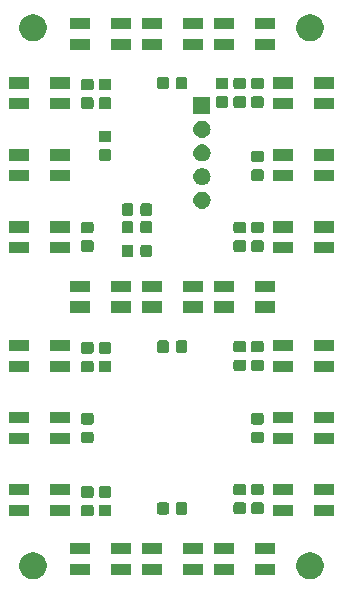
<source format=gbr>
G04 #@! TF.GenerationSoftware,KiCad,Pcbnew,(5.0.1)-4*
G04 #@! TF.CreationDate,2019-08-10T21:26:31+02:00*
G04 #@! TF.ProjectId,7segment_mini_module,377365676D656E745F6D696E695F6D6F,rev?*
G04 #@! TF.SameCoordinates,Original*
G04 #@! TF.FileFunction,Soldermask,Top*
G04 #@! TF.FilePolarity,Negative*
%FSLAX46Y46*%
G04 Gerber Fmt 4.6, Leading zero omitted, Abs format (unit mm)*
G04 Created by KiCad (PCBNEW (5.0.1)-4) date 10-08-2019 21:26:31*
%MOMM*%
%LPD*%
G01*
G04 APERTURE LIST*
%ADD10C,0.100000*%
G04 APERTURE END LIST*
D10*
G36*
X103385734Y-115543232D02*
X103595202Y-115629996D01*
X103783723Y-115755962D01*
X103944038Y-115916277D01*
X104070004Y-116104798D01*
X104156768Y-116314266D01*
X104201000Y-116536635D01*
X104201000Y-116763365D01*
X104156768Y-116985734D01*
X104070004Y-117195202D01*
X103944038Y-117383723D01*
X103783723Y-117544038D01*
X103595202Y-117670004D01*
X103385734Y-117756768D01*
X103163365Y-117801000D01*
X102936635Y-117801000D01*
X102714266Y-117756768D01*
X102504798Y-117670004D01*
X102316277Y-117544038D01*
X102155962Y-117383723D01*
X102029996Y-117195202D01*
X101943232Y-116985734D01*
X101899000Y-116763365D01*
X101899000Y-116536635D01*
X101943232Y-116314266D01*
X102029996Y-116104798D01*
X102155962Y-115916277D01*
X102316277Y-115755962D01*
X102504798Y-115629996D01*
X102714266Y-115543232D01*
X102936635Y-115499000D01*
X103163365Y-115499000D01*
X103385734Y-115543232D01*
X103385734Y-115543232D01*
G37*
G36*
X79935734Y-115543232D02*
X80145202Y-115629996D01*
X80333723Y-115755962D01*
X80494038Y-115916277D01*
X80620004Y-116104798D01*
X80706768Y-116314266D01*
X80751000Y-116536635D01*
X80751000Y-116763365D01*
X80706768Y-116985734D01*
X80620004Y-117195202D01*
X80494038Y-117383723D01*
X80333723Y-117544038D01*
X80145202Y-117670004D01*
X79935734Y-117756768D01*
X79713365Y-117801000D01*
X79486635Y-117801000D01*
X79264266Y-117756768D01*
X79054798Y-117670004D01*
X78866277Y-117544038D01*
X78705962Y-117383723D01*
X78579996Y-117195202D01*
X78493232Y-116985734D01*
X78449000Y-116763365D01*
X78449000Y-116536635D01*
X78493232Y-116314266D01*
X78579996Y-116104798D01*
X78705962Y-115916277D01*
X78866277Y-115755962D01*
X79054798Y-115629996D01*
X79264266Y-115543232D01*
X79486635Y-115499000D01*
X79713365Y-115499000D01*
X79935734Y-115543232D01*
X79935734Y-115543232D01*
G37*
G36*
X96601000Y-117451000D02*
X94899000Y-117451000D01*
X94899000Y-116499000D01*
X96601000Y-116499000D01*
X96601000Y-117451000D01*
X96601000Y-117451000D01*
G37*
G36*
X94001000Y-117451000D02*
X92299000Y-117451000D01*
X92299000Y-116499000D01*
X94001000Y-116499000D01*
X94001000Y-117451000D01*
X94001000Y-117451000D01*
G37*
G36*
X100101000Y-117451000D02*
X98399000Y-117451000D01*
X98399000Y-116499000D01*
X100101000Y-116499000D01*
X100101000Y-117451000D01*
X100101000Y-117451000D01*
G37*
G36*
X87901000Y-117451000D02*
X86199000Y-117451000D01*
X86199000Y-116499000D01*
X87901000Y-116499000D01*
X87901000Y-117451000D01*
X87901000Y-117451000D01*
G37*
G36*
X84401000Y-117451000D02*
X82699000Y-117451000D01*
X82699000Y-116499000D01*
X84401000Y-116499000D01*
X84401000Y-117451000D01*
X84401000Y-117451000D01*
G37*
G36*
X90501000Y-117451000D02*
X88799000Y-117451000D01*
X88799000Y-116499000D01*
X90501000Y-116499000D01*
X90501000Y-117451000D01*
X90501000Y-117451000D01*
G37*
G36*
X100101000Y-115701000D02*
X98399000Y-115701000D01*
X98399000Y-114749000D01*
X100101000Y-114749000D01*
X100101000Y-115701000D01*
X100101000Y-115701000D01*
G37*
G36*
X90501000Y-115701000D02*
X88799000Y-115701000D01*
X88799000Y-114749000D01*
X90501000Y-114749000D01*
X90501000Y-115701000D01*
X90501000Y-115701000D01*
G37*
G36*
X84401000Y-115701000D02*
X82699000Y-115701000D01*
X82699000Y-114749000D01*
X84401000Y-114749000D01*
X84401000Y-115701000D01*
X84401000Y-115701000D01*
G37*
G36*
X96601000Y-115701000D02*
X94899000Y-115701000D01*
X94899000Y-114749000D01*
X96601000Y-114749000D01*
X96601000Y-115701000D01*
X96601000Y-115701000D01*
G37*
G36*
X87901000Y-115701000D02*
X86199000Y-115701000D01*
X86199000Y-114749000D01*
X87901000Y-114749000D01*
X87901000Y-115701000D01*
X87901000Y-115701000D01*
G37*
G36*
X94001000Y-115701000D02*
X92299000Y-115701000D01*
X92299000Y-114749000D01*
X94001000Y-114749000D01*
X94001000Y-115701000D01*
X94001000Y-115701000D01*
G37*
G36*
X86079591Y-111503085D02*
X86113569Y-111513393D01*
X86144887Y-111530133D01*
X86172339Y-111552661D01*
X86194867Y-111580113D01*
X86211607Y-111611431D01*
X86221915Y-111645409D01*
X86226000Y-111686890D01*
X86226000Y-112288110D01*
X86221915Y-112329591D01*
X86211607Y-112363569D01*
X86194867Y-112394887D01*
X86172339Y-112422339D01*
X86144887Y-112444867D01*
X86113569Y-112461607D01*
X86079591Y-112471915D01*
X86038110Y-112476000D01*
X85361890Y-112476000D01*
X85320409Y-112471915D01*
X85286431Y-112461607D01*
X85255113Y-112444867D01*
X85227661Y-112422339D01*
X85205133Y-112394887D01*
X85188393Y-112363569D01*
X85178085Y-112329591D01*
X85174000Y-112288110D01*
X85174000Y-111686890D01*
X85178085Y-111645409D01*
X85188393Y-111611431D01*
X85205133Y-111580113D01*
X85227661Y-111552661D01*
X85255113Y-111530133D01*
X85286431Y-111513393D01*
X85320409Y-111503085D01*
X85361890Y-111499000D01*
X86038110Y-111499000D01*
X86079591Y-111503085D01*
X86079591Y-111503085D01*
G37*
G36*
X84579591Y-111503085D02*
X84613569Y-111513393D01*
X84644887Y-111530133D01*
X84672339Y-111552661D01*
X84694867Y-111580113D01*
X84711607Y-111611431D01*
X84721915Y-111645409D01*
X84726000Y-111686890D01*
X84726000Y-112288110D01*
X84721915Y-112329591D01*
X84711607Y-112363569D01*
X84694867Y-112394887D01*
X84672339Y-112422339D01*
X84644887Y-112444867D01*
X84613569Y-112461607D01*
X84579591Y-112471915D01*
X84538110Y-112476000D01*
X83861890Y-112476000D01*
X83820409Y-112471915D01*
X83786431Y-112461607D01*
X83755113Y-112444867D01*
X83727661Y-112422339D01*
X83705133Y-112394887D01*
X83688393Y-112363569D01*
X83678085Y-112329591D01*
X83674000Y-112288110D01*
X83674000Y-111686890D01*
X83678085Y-111645409D01*
X83688393Y-111611431D01*
X83705133Y-111580113D01*
X83727661Y-111552661D01*
X83755113Y-111530133D01*
X83786431Y-111513393D01*
X83820409Y-111503085D01*
X83861890Y-111499000D01*
X84538110Y-111499000D01*
X84579591Y-111503085D01*
X84579591Y-111503085D01*
G37*
G36*
X105101000Y-112451000D02*
X103399000Y-112451000D01*
X103399000Y-111499000D01*
X105101000Y-111499000D01*
X105101000Y-112451000D01*
X105101000Y-112451000D01*
G37*
G36*
X101601000Y-112451000D02*
X99899000Y-112451000D01*
X99899000Y-111499000D01*
X101601000Y-111499000D01*
X101601000Y-112451000D01*
X101601000Y-112451000D01*
G37*
G36*
X79251000Y-112451000D02*
X77549000Y-112451000D01*
X77549000Y-111499000D01*
X79251000Y-111499000D01*
X79251000Y-112451000D01*
X79251000Y-112451000D01*
G37*
G36*
X82751000Y-112451000D02*
X81049000Y-112451000D01*
X81049000Y-111499000D01*
X82751000Y-111499000D01*
X82751000Y-112451000D01*
X82751000Y-112451000D01*
G37*
G36*
X92529591Y-111278085D02*
X92563569Y-111288393D01*
X92594887Y-111305133D01*
X92622339Y-111327661D01*
X92644867Y-111355113D01*
X92661607Y-111386431D01*
X92671915Y-111420409D01*
X92676000Y-111461890D01*
X92676000Y-112138110D01*
X92671915Y-112179591D01*
X92661607Y-112213569D01*
X92644867Y-112244887D01*
X92622339Y-112272339D01*
X92594887Y-112294867D01*
X92563569Y-112311607D01*
X92529591Y-112321915D01*
X92488110Y-112326000D01*
X91886890Y-112326000D01*
X91845409Y-112321915D01*
X91811431Y-112311607D01*
X91780113Y-112294867D01*
X91752661Y-112272339D01*
X91730133Y-112244887D01*
X91713393Y-112213569D01*
X91703085Y-112179591D01*
X91699000Y-112138110D01*
X91699000Y-111461890D01*
X91703085Y-111420409D01*
X91713393Y-111386431D01*
X91730133Y-111355113D01*
X91752661Y-111327661D01*
X91780113Y-111305133D01*
X91811431Y-111288393D01*
X91845409Y-111278085D01*
X91886890Y-111274000D01*
X92488110Y-111274000D01*
X92529591Y-111278085D01*
X92529591Y-111278085D01*
G37*
G36*
X90954591Y-111278085D02*
X90988569Y-111288393D01*
X91019887Y-111305133D01*
X91047339Y-111327661D01*
X91069867Y-111355113D01*
X91086607Y-111386431D01*
X91096915Y-111420409D01*
X91101000Y-111461890D01*
X91101000Y-112138110D01*
X91096915Y-112179591D01*
X91086607Y-112213569D01*
X91069867Y-112244887D01*
X91047339Y-112272339D01*
X91019887Y-112294867D01*
X90988569Y-112311607D01*
X90954591Y-112321915D01*
X90913110Y-112326000D01*
X90311890Y-112326000D01*
X90270409Y-112321915D01*
X90236431Y-112311607D01*
X90205113Y-112294867D01*
X90177661Y-112272339D01*
X90155133Y-112244887D01*
X90138393Y-112213569D01*
X90128085Y-112179591D01*
X90124000Y-112138110D01*
X90124000Y-111461890D01*
X90128085Y-111420409D01*
X90138393Y-111386431D01*
X90155133Y-111355113D01*
X90177661Y-111327661D01*
X90205113Y-111305133D01*
X90236431Y-111288393D01*
X90270409Y-111278085D01*
X90311890Y-111274000D01*
X90913110Y-111274000D01*
X90954591Y-111278085D01*
X90954591Y-111278085D01*
G37*
G36*
X97479591Y-111303085D02*
X97513569Y-111313393D01*
X97544887Y-111330133D01*
X97572339Y-111352661D01*
X97594867Y-111380113D01*
X97611607Y-111411431D01*
X97621915Y-111445409D01*
X97626000Y-111486890D01*
X97626000Y-112088110D01*
X97621915Y-112129591D01*
X97611607Y-112163569D01*
X97594867Y-112194887D01*
X97572339Y-112222339D01*
X97544887Y-112244867D01*
X97513569Y-112261607D01*
X97479591Y-112271915D01*
X97438110Y-112276000D01*
X96761890Y-112276000D01*
X96720409Y-112271915D01*
X96686431Y-112261607D01*
X96655113Y-112244867D01*
X96627661Y-112222339D01*
X96605133Y-112194887D01*
X96588393Y-112163569D01*
X96578085Y-112129591D01*
X96574000Y-112088110D01*
X96574000Y-111486890D01*
X96578085Y-111445409D01*
X96588393Y-111411431D01*
X96605133Y-111380113D01*
X96627661Y-111352661D01*
X96655113Y-111330133D01*
X96686431Y-111313393D01*
X96720409Y-111303085D01*
X96761890Y-111299000D01*
X97438110Y-111299000D01*
X97479591Y-111303085D01*
X97479591Y-111303085D01*
G37*
G36*
X98979591Y-111303085D02*
X99013569Y-111313393D01*
X99044887Y-111330133D01*
X99072339Y-111352661D01*
X99094867Y-111380113D01*
X99111607Y-111411431D01*
X99121915Y-111445409D01*
X99126000Y-111486890D01*
X99126000Y-112088110D01*
X99121915Y-112129591D01*
X99111607Y-112163569D01*
X99094867Y-112194887D01*
X99072339Y-112222339D01*
X99044887Y-112244867D01*
X99013569Y-112261607D01*
X98979591Y-112271915D01*
X98938110Y-112276000D01*
X98261890Y-112276000D01*
X98220409Y-112271915D01*
X98186431Y-112261607D01*
X98155113Y-112244867D01*
X98127661Y-112222339D01*
X98105133Y-112194887D01*
X98088393Y-112163569D01*
X98078085Y-112129591D01*
X98074000Y-112088110D01*
X98074000Y-111486890D01*
X98078085Y-111445409D01*
X98088393Y-111411431D01*
X98105133Y-111380113D01*
X98127661Y-111352661D01*
X98155113Y-111330133D01*
X98186431Y-111313393D01*
X98220409Y-111303085D01*
X98261890Y-111299000D01*
X98938110Y-111299000D01*
X98979591Y-111303085D01*
X98979591Y-111303085D01*
G37*
G36*
X86079591Y-109928085D02*
X86113569Y-109938393D01*
X86144887Y-109955133D01*
X86172339Y-109977661D01*
X86194867Y-110005113D01*
X86211607Y-110036431D01*
X86221915Y-110070409D01*
X86226000Y-110111890D01*
X86226000Y-110713110D01*
X86221915Y-110754591D01*
X86211607Y-110788569D01*
X86194867Y-110819887D01*
X86172339Y-110847339D01*
X86144887Y-110869867D01*
X86113569Y-110886607D01*
X86079591Y-110896915D01*
X86038110Y-110901000D01*
X85361890Y-110901000D01*
X85320409Y-110896915D01*
X85286431Y-110886607D01*
X85255113Y-110869867D01*
X85227661Y-110847339D01*
X85205133Y-110819887D01*
X85188393Y-110788569D01*
X85178085Y-110754591D01*
X85174000Y-110713110D01*
X85174000Y-110111890D01*
X85178085Y-110070409D01*
X85188393Y-110036431D01*
X85205133Y-110005113D01*
X85227661Y-109977661D01*
X85255113Y-109955133D01*
X85286431Y-109938393D01*
X85320409Y-109928085D01*
X85361890Y-109924000D01*
X86038110Y-109924000D01*
X86079591Y-109928085D01*
X86079591Y-109928085D01*
G37*
G36*
X84579591Y-109928085D02*
X84613569Y-109938393D01*
X84644887Y-109955133D01*
X84672339Y-109977661D01*
X84694867Y-110005113D01*
X84711607Y-110036431D01*
X84721915Y-110070409D01*
X84726000Y-110111890D01*
X84726000Y-110713110D01*
X84721915Y-110754591D01*
X84711607Y-110788569D01*
X84694867Y-110819887D01*
X84672339Y-110847339D01*
X84644887Y-110869867D01*
X84613569Y-110886607D01*
X84579591Y-110896915D01*
X84538110Y-110901000D01*
X83861890Y-110901000D01*
X83820409Y-110896915D01*
X83786431Y-110886607D01*
X83755113Y-110869867D01*
X83727661Y-110847339D01*
X83705133Y-110819887D01*
X83688393Y-110788569D01*
X83678085Y-110754591D01*
X83674000Y-110713110D01*
X83674000Y-110111890D01*
X83678085Y-110070409D01*
X83688393Y-110036431D01*
X83705133Y-110005113D01*
X83727661Y-109977661D01*
X83755113Y-109955133D01*
X83786431Y-109938393D01*
X83820409Y-109928085D01*
X83861890Y-109924000D01*
X84538110Y-109924000D01*
X84579591Y-109928085D01*
X84579591Y-109928085D01*
G37*
G36*
X98979591Y-109728085D02*
X99013569Y-109738393D01*
X99044887Y-109755133D01*
X99072339Y-109777661D01*
X99094867Y-109805113D01*
X99111607Y-109836431D01*
X99121915Y-109870409D01*
X99126000Y-109911890D01*
X99126000Y-110513110D01*
X99121915Y-110554591D01*
X99111607Y-110588569D01*
X99094867Y-110619887D01*
X99072339Y-110647339D01*
X99044887Y-110669867D01*
X99013569Y-110686607D01*
X98979591Y-110696915D01*
X98938110Y-110701000D01*
X98261890Y-110701000D01*
X98220409Y-110696915D01*
X98186431Y-110686607D01*
X98155113Y-110669867D01*
X98127661Y-110647339D01*
X98105133Y-110619887D01*
X98088393Y-110588569D01*
X98078085Y-110554591D01*
X98074000Y-110513110D01*
X98074000Y-109911890D01*
X98078085Y-109870409D01*
X98088393Y-109836431D01*
X98105133Y-109805113D01*
X98127661Y-109777661D01*
X98155113Y-109755133D01*
X98186431Y-109738393D01*
X98220409Y-109728085D01*
X98261890Y-109724000D01*
X98938110Y-109724000D01*
X98979591Y-109728085D01*
X98979591Y-109728085D01*
G37*
G36*
X79251000Y-110701000D02*
X77549000Y-110701000D01*
X77549000Y-109749000D01*
X79251000Y-109749000D01*
X79251000Y-110701000D01*
X79251000Y-110701000D01*
G37*
G36*
X97479591Y-109728085D02*
X97513569Y-109738393D01*
X97544887Y-109755133D01*
X97572339Y-109777661D01*
X97594867Y-109805113D01*
X97611607Y-109836431D01*
X97621915Y-109870409D01*
X97626000Y-109911890D01*
X97626000Y-110513110D01*
X97621915Y-110554591D01*
X97611607Y-110588569D01*
X97594867Y-110619887D01*
X97572339Y-110647339D01*
X97544887Y-110669867D01*
X97513569Y-110686607D01*
X97479591Y-110696915D01*
X97438110Y-110701000D01*
X96761890Y-110701000D01*
X96720409Y-110696915D01*
X96686431Y-110686607D01*
X96655113Y-110669867D01*
X96627661Y-110647339D01*
X96605133Y-110619887D01*
X96588393Y-110588569D01*
X96578085Y-110554591D01*
X96574000Y-110513110D01*
X96574000Y-109911890D01*
X96578085Y-109870409D01*
X96588393Y-109836431D01*
X96605133Y-109805113D01*
X96627661Y-109777661D01*
X96655113Y-109755133D01*
X96686431Y-109738393D01*
X96720409Y-109728085D01*
X96761890Y-109724000D01*
X97438110Y-109724000D01*
X97479591Y-109728085D01*
X97479591Y-109728085D01*
G37*
G36*
X82751000Y-110701000D02*
X81049000Y-110701000D01*
X81049000Y-109749000D01*
X82751000Y-109749000D01*
X82751000Y-110701000D01*
X82751000Y-110701000D01*
G37*
G36*
X105101000Y-110701000D02*
X103399000Y-110701000D01*
X103399000Y-109749000D01*
X105101000Y-109749000D01*
X105101000Y-110701000D01*
X105101000Y-110701000D01*
G37*
G36*
X101601000Y-110701000D02*
X99899000Y-110701000D01*
X99899000Y-109749000D01*
X101601000Y-109749000D01*
X101601000Y-110701000D01*
X101601000Y-110701000D01*
G37*
G36*
X79251000Y-106351000D02*
X77549000Y-106351000D01*
X77549000Y-105399000D01*
X79251000Y-105399000D01*
X79251000Y-106351000D01*
X79251000Y-106351000D01*
G37*
G36*
X82751000Y-106351000D02*
X81049000Y-106351000D01*
X81049000Y-105399000D01*
X82751000Y-105399000D01*
X82751000Y-106351000D01*
X82751000Y-106351000D01*
G37*
G36*
X105101000Y-106351000D02*
X103399000Y-106351000D01*
X103399000Y-105399000D01*
X105101000Y-105399000D01*
X105101000Y-106351000D01*
X105101000Y-106351000D01*
G37*
G36*
X101601000Y-106351000D02*
X99899000Y-106351000D01*
X99899000Y-105399000D01*
X101601000Y-105399000D01*
X101601000Y-106351000D01*
X101601000Y-106351000D01*
G37*
G36*
X84579591Y-105303085D02*
X84613569Y-105313393D01*
X84644887Y-105330133D01*
X84672339Y-105352661D01*
X84694867Y-105380113D01*
X84711607Y-105411431D01*
X84721915Y-105445409D01*
X84726000Y-105486890D01*
X84726000Y-106088110D01*
X84721915Y-106129591D01*
X84711607Y-106163569D01*
X84694867Y-106194887D01*
X84672339Y-106222339D01*
X84644887Y-106244867D01*
X84613569Y-106261607D01*
X84579591Y-106271915D01*
X84538110Y-106276000D01*
X83861890Y-106276000D01*
X83820409Y-106271915D01*
X83786431Y-106261607D01*
X83755113Y-106244867D01*
X83727661Y-106222339D01*
X83705133Y-106194887D01*
X83688393Y-106163569D01*
X83678085Y-106129591D01*
X83674000Y-106088110D01*
X83674000Y-105486890D01*
X83678085Y-105445409D01*
X83688393Y-105411431D01*
X83705133Y-105380113D01*
X83727661Y-105352661D01*
X83755113Y-105330133D01*
X83786431Y-105313393D01*
X83820409Y-105303085D01*
X83861890Y-105299000D01*
X84538110Y-105299000D01*
X84579591Y-105303085D01*
X84579591Y-105303085D01*
G37*
G36*
X98979591Y-105303085D02*
X99013569Y-105313393D01*
X99044887Y-105330133D01*
X99072339Y-105352661D01*
X99094867Y-105380113D01*
X99111607Y-105411431D01*
X99121915Y-105445409D01*
X99126000Y-105486890D01*
X99126000Y-106088110D01*
X99121915Y-106129591D01*
X99111607Y-106163569D01*
X99094867Y-106194887D01*
X99072339Y-106222339D01*
X99044887Y-106244867D01*
X99013569Y-106261607D01*
X98979591Y-106271915D01*
X98938110Y-106276000D01*
X98261890Y-106276000D01*
X98220409Y-106271915D01*
X98186431Y-106261607D01*
X98155113Y-106244867D01*
X98127661Y-106222339D01*
X98105133Y-106194887D01*
X98088393Y-106163569D01*
X98078085Y-106129591D01*
X98074000Y-106088110D01*
X98074000Y-105486890D01*
X98078085Y-105445409D01*
X98088393Y-105411431D01*
X98105133Y-105380113D01*
X98127661Y-105352661D01*
X98155113Y-105330133D01*
X98186431Y-105313393D01*
X98220409Y-105303085D01*
X98261890Y-105299000D01*
X98938110Y-105299000D01*
X98979591Y-105303085D01*
X98979591Y-105303085D01*
G37*
G36*
X98979591Y-103728085D02*
X99013569Y-103738393D01*
X99044887Y-103755133D01*
X99072339Y-103777661D01*
X99094867Y-103805113D01*
X99111607Y-103836431D01*
X99121915Y-103870409D01*
X99126000Y-103911890D01*
X99126000Y-104513110D01*
X99121915Y-104554591D01*
X99111607Y-104588569D01*
X99094867Y-104619887D01*
X99072339Y-104647339D01*
X99044887Y-104669867D01*
X99013569Y-104686607D01*
X98979591Y-104696915D01*
X98938110Y-104701000D01*
X98261890Y-104701000D01*
X98220409Y-104696915D01*
X98186431Y-104686607D01*
X98155113Y-104669867D01*
X98127661Y-104647339D01*
X98105133Y-104619887D01*
X98088393Y-104588569D01*
X98078085Y-104554591D01*
X98074000Y-104513110D01*
X98074000Y-103911890D01*
X98078085Y-103870409D01*
X98088393Y-103836431D01*
X98105133Y-103805113D01*
X98127661Y-103777661D01*
X98155113Y-103755133D01*
X98186431Y-103738393D01*
X98220409Y-103728085D01*
X98261890Y-103724000D01*
X98938110Y-103724000D01*
X98979591Y-103728085D01*
X98979591Y-103728085D01*
G37*
G36*
X84579591Y-103728085D02*
X84613569Y-103738393D01*
X84644887Y-103755133D01*
X84672339Y-103777661D01*
X84694867Y-103805113D01*
X84711607Y-103836431D01*
X84721915Y-103870409D01*
X84726000Y-103911890D01*
X84726000Y-104513110D01*
X84721915Y-104554591D01*
X84711607Y-104588569D01*
X84694867Y-104619887D01*
X84672339Y-104647339D01*
X84644887Y-104669867D01*
X84613569Y-104686607D01*
X84579591Y-104696915D01*
X84538110Y-104701000D01*
X83861890Y-104701000D01*
X83820409Y-104696915D01*
X83786431Y-104686607D01*
X83755113Y-104669867D01*
X83727661Y-104647339D01*
X83705133Y-104619887D01*
X83688393Y-104588569D01*
X83678085Y-104554591D01*
X83674000Y-104513110D01*
X83674000Y-103911890D01*
X83678085Y-103870409D01*
X83688393Y-103836431D01*
X83705133Y-103805113D01*
X83727661Y-103777661D01*
X83755113Y-103755133D01*
X83786431Y-103738393D01*
X83820409Y-103728085D01*
X83861890Y-103724000D01*
X84538110Y-103724000D01*
X84579591Y-103728085D01*
X84579591Y-103728085D01*
G37*
G36*
X82751000Y-104601000D02*
X81049000Y-104601000D01*
X81049000Y-103649000D01*
X82751000Y-103649000D01*
X82751000Y-104601000D01*
X82751000Y-104601000D01*
G37*
G36*
X105101000Y-104601000D02*
X103399000Y-104601000D01*
X103399000Y-103649000D01*
X105101000Y-103649000D01*
X105101000Y-104601000D01*
X105101000Y-104601000D01*
G37*
G36*
X79251000Y-104601000D02*
X77549000Y-104601000D01*
X77549000Y-103649000D01*
X79251000Y-103649000D01*
X79251000Y-104601000D01*
X79251000Y-104601000D01*
G37*
G36*
X101601000Y-104601000D02*
X99899000Y-104601000D01*
X99899000Y-103649000D01*
X101601000Y-103649000D01*
X101601000Y-104601000D01*
X101601000Y-104601000D01*
G37*
G36*
X84579591Y-99303085D02*
X84613569Y-99313393D01*
X84644887Y-99330133D01*
X84672339Y-99352661D01*
X84694867Y-99380113D01*
X84711607Y-99411431D01*
X84721915Y-99445409D01*
X84726000Y-99486890D01*
X84726000Y-100088110D01*
X84721915Y-100129591D01*
X84711607Y-100163569D01*
X84694867Y-100194887D01*
X84672339Y-100222339D01*
X84644887Y-100244867D01*
X84613569Y-100261607D01*
X84579591Y-100271915D01*
X84538110Y-100276000D01*
X83861890Y-100276000D01*
X83820409Y-100271915D01*
X83786431Y-100261607D01*
X83755113Y-100244867D01*
X83727661Y-100222339D01*
X83705133Y-100194887D01*
X83688393Y-100163569D01*
X83678085Y-100129591D01*
X83674000Y-100088110D01*
X83674000Y-99486890D01*
X83678085Y-99445409D01*
X83688393Y-99411431D01*
X83705133Y-99380113D01*
X83727661Y-99352661D01*
X83755113Y-99330133D01*
X83786431Y-99313393D01*
X83820409Y-99303085D01*
X83861890Y-99299000D01*
X84538110Y-99299000D01*
X84579591Y-99303085D01*
X84579591Y-99303085D01*
G37*
G36*
X86079591Y-99303085D02*
X86113569Y-99313393D01*
X86144887Y-99330133D01*
X86172339Y-99352661D01*
X86194867Y-99380113D01*
X86211607Y-99411431D01*
X86221915Y-99445409D01*
X86226000Y-99486890D01*
X86226000Y-100088110D01*
X86221915Y-100129591D01*
X86211607Y-100163569D01*
X86194867Y-100194887D01*
X86172339Y-100222339D01*
X86144887Y-100244867D01*
X86113569Y-100261607D01*
X86079591Y-100271915D01*
X86038110Y-100276000D01*
X85361890Y-100276000D01*
X85320409Y-100271915D01*
X85286431Y-100261607D01*
X85255113Y-100244867D01*
X85227661Y-100222339D01*
X85205133Y-100194887D01*
X85188393Y-100163569D01*
X85178085Y-100129591D01*
X85174000Y-100088110D01*
X85174000Y-99486890D01*
X85178085Y-99445409D01*
X85188393Y-99411431D01*
X85205133Y-99380113D01*
X85227661Y-99352661D01*
X85255113Y-99330133D01*
X85286431Y-99313393D01*
X85320409Y-99303085D01*
X85361890Y-99299000D01*
X86038110Y-99299000D01*
X86079591Y-99303085D01*
X86079591Y-99303085D01*
G37*
G36*
X101601000Y-100251000D02*
X99899000Y-100251000D01*
X99899000Y-99299000D01*
X101601000Y-99299000D01*
X101601000Y-100251000D01*
X101601000Y-100251000D01*
G37*
G36*
X105101000Y-100251000D02*
X103399000Y-100251000D01*
X103399000Y-99299000D01*
X105101000Y-99299000D01*
X105101000Y-100251000D01*
X105101000Y-100251000D01*
G37*
G36*
X79251000Y-100251000D02*
X77549000Y-100251000D01*
X77549000Y-99299000D01*
X79251000Y-99299000D01*
X79251000Y-100251000D01*
X79251000Y-100251000D01*
G37*
G36*
X82751000Y-100251000D02*
X81049000Y-100251000D01*
X81049000Y-99299000D01*
X82751000Y-99299000D01*
X82751000Y-100251000D01*
X82751000Y-100251000D01*
G37*
G36*
X97479591Y-99203085D02*
X97513569Y-99213393D01*
X97544887Y-99230133D01*
X97572339Y-99252661D01*
X97594867Y-99280113D01*
X97611607Y-99311431D01*
X97621915Y-99345409D01*
X97626000Y-99386890D01*
X97626000Y-99988110D01*
X97621915Y-100029591D01*
X97611607Y-100063569D01*
X97594867Y-100094887D01*
X97572339Y-100122339D01*
X97544887Y-100144867D01*
X97513569Y-100161607D01*
X97479591Y-100171915D01*
X97438110Y-100176000D01*
X96761890Y-100176000D01*
X96720409Y-100171915D01*
X96686431Y-100161607D01*
X96655113Y-100144867D01*
X96627661Y-100122339D01*
X96605133Y-100094887D01*
X96588393Y-100063569D01*
X96578085Y-100029591D01*
X96574000Y-99988110D01*
X96574000Y-99386890D01*
X96578085Y-99345409D01*
X96588393Y-99311431D01*
X96605133Y-99280113D01*
X96627661Y-99252661D01*
X96655113Y-99230133D01*
X96686431Y-99213393D01*
X96720409Y-99203085D01*
X96761890Y-99199000D01*
X97438110Y-99199000D01*
X97479591Y-99203085D01*
X97479591Y-99203085D01*
G37*
G36*
X98979591Y-99203085D02*
X99013569Y-99213393D01*
X99044887Y-99230133D01*
X99072339Y-99252661D01*
X99094867Y-99280113D01*
X99111607Y-99311431D01*
X99121915Y-99345409D01*
X99126000Y-99386890D01*
X99126000Y-99988110D01*
X99121915Y-100029591D01*
X99111607Y-100063569D01*
X99094867Y-100094887D01*
X99072339Y-100122339D01*
X99044887Y-100144867D01*
X99013569Y-100161607D01*
X98979591Y-100171915D01*
X98938110Y-100176000D01*
X98261890Y-100176000D01*
X98220409Y-100171915D01*
X98186431Y-100161607D01*
X98155113Y-100144867D01*
X98127661Y-100122339D01*
X98105133Y-100094887D01*
X98088393Y-100063569D01*
X98078085Y-100029591D01*
X98074000Y-99988110D01*
X98074000Y-99386890D01*
X98078085Y-99345409D01*
X98088393Y-99311431D01*
X98105133Y-99280113D01*
X98127661Y-99252661D01*
X98155113Y-99230133D01*
X98186431Y-99213393D01*
X98220409Y-99203085D01*
X98261890Y-99199000D01*
X98938110Y-99199000D01*
X98979591Y-99203085D01*
X98979591Y-99203085D01*
G37*
G36*
X86079591Y-97728085D02*
X86113569Y-97738393D01*
X86144887Y-97755133D01*
X86172339Y-97777661D01*
X86194867Y-97805113D01*
X86211607Y-97836431D01*
X86221915Y-97870409D01*
X86226000Y-97911890D01*
X86226000Y-98513110D01*
X86221915Y-98554591D01*
X86211607Y-98588569D01*
X86194867Y-98619887D01*
X86172339Y-98647339D01*
X86144887Y-98669867D01*
X86113569Y-98686607D01*
X86079591Y-98696915D01*
X86038110Y-98701000D01*
X85361890Y-98701000D01*
X85320409Y-98696915D01*
X85286431Y-98686607D01*
X85255113Y-98669867D01*
X85227661Y-98647339D01*
X85205133Y-98619887D01*
X85188393Y-98588569D01*
X85178085Y-98554591D01*
X85174000Y-98513110D01*
X85174000Y-97911890D01*
X85178085Y-97870409D01*
X85188393Y-97836431D01*
X85205133Y-97805113D01*
X85227661Y-97777661D01*
X85255113Y-97755133D01*
X85286431Y-97738393D01*
X85320409Y-97728085D01*
X85361890Y-97724000D01*
X86038110Y-97724000D01*
X86079591Y-97728085D01*
X86079591Y-97728085D01*
G37*
G36*
X84579591Y-97728085D02*
X84613569Y-97738393D01*
X84644887Y-97755133D01*
X84672339Y-97777661D01*
X84694867Y-97805113D01*
X84711607Y-97836431D01*
X84721915Y-97870409D01*
X84726000Y-97911890D01*
X84726000Y-98513110D01*
X84721915Y-98554591D01*
X84711607Y-98588569D01*
X84694867Y-98619887D01*
X84672339Y-98647339D01*
X84644887Y-98669867D01*
X84613569Y-98686607D01*
X84579591Y-98696915D01*
X84538110Y-98701000D01*
X83861890Y-98701000D01*
X83820409Y-98696915D01*
X83786431Y-98686607D01*
X83755113Y-98669867D01*
X83727661Y-98647339D01*
X83705133Y-98619887D01*
X83688393Y-98588569D01*
X83678085Y-98554591D01*
X83674000Y-98513110D01*
X83674000Y-97911890D01*
X83678085Y-97870409D01*
X83688393Y-97836431D01*
X83705133Y-97805113D01*
X83727661Y-97777661D01*
X83755113Y-97755133D01*
X83786431Y-97738393D01*
X83820409Y-97728085D01*
X83861890Y-97724000D01*
X84538110Y-97724000D01*
X84579591Y-97728085D01*
X84579591Y-97728085D01*
G37*
G36*
X90954591Y-97578085D02*
X90988569Y-97588393D01*
X91019887Y-97605133D01*
X91047339Y-97627661D01*
X91069867Y-97655113D01*
X91086607Y-97686431D01*
X91096915Y-97720409D01*
X91101000Y-97761890D01*
X91101000Y-98438110D01*
X91096915Y-98479591D01*
X91086607Y-98513569D01*
X91069867Y-98544887D01*
X91047339Y-98572339D01*
X91019887Y-98594867D01*
X90988569Y-98611607D01*
X90954591Y-98621915D01*
X90913110Y-98626000D01*
X90311890Y-98626000D01*
X90270409Y-98621915D01*
X90236431Y-98611607D01*
X90205113Y-98594867D01*
X90177661Y-98572339D01*
X90155133Y-98544887D01*
X90138393Y-98513569D01*
X90128085Y-98479591D01*
X90124000Y-98438110D01*
X90124000Y-97761890D01*
X90128085Y-97720409D01*
X90138393Y-97686431D01*
X90155133Y-97655113D01*
X90177661Y-97627661D01*
X90205113Y-97605133D01*
X90236431Y-97588393D01*
X90270409Y-97578085D01*
X90311890Y-97574000D01*
X90913110Y-97574000D01*
X90954591Y-97578085D01*
X90954591Y-97578085D01*
G37*
G36*
X92529591Y-97578085D02*
X92563569Y-97588393D01*
X92594887Y-97605133D01*
X92622339Y-97627661D01*
X92644867Y-97655113D01*
X92661607Y-97686431D01*
X92671915Y-97720409D01*
X92676000Y-97761890D01*
X92676000Y-98438110D01*
X92671915Y-98479591D01*
X92661607Y-98513569D01*
X92644867Y-98544887D01*
X92622339Y-98572339D01*
X92594887Y-98594867D01*
X92563569Y-98611607D01*
X92529591Y-98621915D01*
X92488110Y-98626000D01*
X91886890Y-98626000D01*
X91845409Y-98621915D01*
X91811431Y-98611607D01*
X91780113Y-98594867D01*
X91752661Y-98572339D01*
X91730133Y-98544887D01*
X91713393Y-98513569D01*
X91703085Y-98479591D01*
X91699000Y-98438110D01*
X91699000Y-97761890D01*
X91703085Y-97720409D01*
X91713393Y-97686431D01*
X91730133Y-97655113D01*
X91752661Y-97627661D01*
X91780113Y-97605133D01*
X91811431Y-97588393D01*
X91845409Y-97578085D01*
X91886890Y-97574000D01*
X92488110Y-97574000D01*
X92529591Y-97578085D01*
X92529591Y-97578085D01*
G37*
G36*
X98979591Y-97628085D02*
X99013569Y-97638393D01*
X99044887Y-97655133D01*
X99072339Y-97677661D01*
X99094867Y-97705113D01*
X99111607Y-97736431D01*
X99121915Y-97770409D01*
X99126000Y-97811890D01*
X99126000Y-98413110D01*
X99121915Y-98454591D01*
X99111607Y-98488569D01*
X99094867Y-98519887D01*
X99072339Y-98547339D01*
X99044887Y-98569867D01*
X99013569Y-98586607D01*
X98979591Y-98596915D01*
X98938110Y-98601000D01*
X98261890Y-98601000D01*
X98220409Y-98596915D01*
X98186431Y-98586607D01*
X98155113Y-98569867D01*
X98127661Y-98547339D01*
X98105133Y-98519887D01*
X98088393Y-98488569D01*
X98078085Y-98454591D01*
X98074000Y-98413110D01*
X98074000Y-97811890D01*
X98078085Y-97770409D01*
X98088393Y-97736431D01*
X98105133Y-97705113D01*
X98127661Y-97677661D01*
X98155113Y-97655133D01*
X98186431Y-97638393D01*
X98220409Y-97628085D01*
X98261890Y-97624000D01*
X98938110Y-97624000D01*
X98979591Y-97628085D01*
X98979591Y-97628085D01*
G37*
G36*
X97479591Y-97628085D02*
X97513569Y-97638393D01*
X97544887Y-97655133D01*
X97572339Y-97677661D01*
X97594867Y-97705113D01*
X97611607Y-97736431D01*
X97621915Y-97770409D01*
X97626000Y-97811890D01*
X97626000Y-98413110D01*
X97621915Y-98454591D01*
X97611607Y-98488569D01*
X97594867Y-98519887D01*
X97572339Y-98547339D01*
X97544887Y-98569867D01*
X97513569Y-98586607D01*
X97479591Y-98596915D01*
X97438110Y-98601000D01*
X96761890Y-98601000D01*
X96720409Y-98596915D01*
X96686431Y-98586607D01*
X96655113Y-98569867D01*
X96627661Y-98547339D01*
X96605133Y-98519887D01*
X96588393Y-98488569D01*
X96578085Y-98454591D01*
X96574000Y-98413110D01*
X96574000Y-97811890D01*
X96578085Y-97770409D01*
X96588393Y-97736431D01*
X96605133Y-97705113D01*
X96627661Y-97677661D01*
X96655113Y-97655133D01*
X96686431Y-97638393D01*
X96720409Y-97628085D01*
X96761890Y-97624000D01*
X97438110Y-97624000D01*
X97479591Y-97628085D01*
X97479591Y-97628085D01*
G37*
G36*
X82751000Y-98501000D02*
X81049000Y-98501000D01*
X81049000Y-97549000D01*
X82751000Y-97549000D01*
X82751000Y-98501000D01*
X82751000Y-98501000D01*
G37*
G36*
X79251000Y-98501000D02*
X77549000Y-98501000D01*
X77549000Y-97549000D01*
X79251000Y-97549000D01*
X79251000Y-98501000D01*
X79251000Y-98501000D01*
G37*
G36*
X101601000Y-98501000D02*
X99899000Y-98501000D01*
X99899000Y-97549000D01*
X101601000Y-97549000D01*
X101601000Y-98501000D01*
X101601000Y-98501000D01*
G37*
G36*
X105101000Y-98501000D02*
X103399000Y-98501000D01*
X103399000Y-97549000D01*
X105101000Y-97549000D01*
X105101000Y-98501000D01*
X105101000Y-98501000D01*
G37*
G36*
X96601000Y-95226000D02*
X94899000Y-95226000D01*
X94899000Y-94274000D01*
X96601000Y-94274000D01*
X96601000Y-95226000D01*
X96601000Y-95226000D01*
G37*
G36*
X100101000Y-95226000D02*
X98399000Y-95226000D01*
X98399000Y-94274000D01*
X100101000Y-94274000D01*
X100101000Y-95226000D01*
X100101000Y-95226000D01*
G37*
G36*
X94001000Y-95226000D02*
X92299000Y-95226000D01*
X92299000Y-94274000D01*
X94001000Y-94274000D01*
X94001000Y-95226000D01*
X94001000Y-95226000D01*
G37*
G36*
X90501000Y-95226000D02*
X88799000Y-95226000D01*
X88799000Y-94274000D01*
X90501000Y-94274000D01*
X90501000Y-95226000D01*
X90501000Y-95226000D01*
G37*
G36*
X87901000Y-95226000D02*
X86199000Y-95226000D01*
X86199000Y-94274000D01*
X87901000Y-94274000D01*
X87901000Y-95226000D01*
X87901000Y-95226000D01*
G37*
G36*
X84401000Y-95226000D02*
X82699000Y-95226000D01*
X82699000Y-94274000D01*
X84401000Y-94274000D01*
X84401000Y-95226000D01*
X84401000Y-95226000D01*
G37*
G36*
X87901000Y-93476000D02*
X86199000Y-93476000D01*
X86199000Y-92524000D01*
X87901000Y-92524000D01*
X87901000Y-93476000D01*
X87901000Y-93476000D01*
G37*
G36*
X94001000Y-93476000D02*
X92299000Y-93476000D01*
X92299000Y-92524000D01*
X94001000Y-92524000D01*
X94001000Y-93476000D01*
X94001000Y-93476000D01*
G37*
G36*
X90501000Y-93476000D02*
X88799000Y-93476000D01*
X88799000Y-92524000D01*
X90501000Y-92524000D01*
X90501000Y-93476000D01*
X90501000Y-93476000D01*
G37*
G36*
X84401000Y-93476000D02*
X82699000Y-93476000D01*
X82699000Y-92524000D01*
X84401000Y-92524000D01*
X84401000Y-93476000D01*
X84401000Y-93476000D01*
G37*
G36*
X100101000Y-93476000D02*
X98399000Y-93476000D01*
X98399000Y-92524000D01*
X100101000Y-92524000D01*
X100101000Y-93476000D01*
X100101000Y-93476000D01*
G37*
G36*
X96601000Y-93476000D02*
X94899000Y-93476000D01*
X94899000Y-92524000D01*
X96601000Y-92524000D01*
X96601000Y-93476000D01*
X96601000Y-93476000D01*
G37*
G36*
X87954591Y-89478085D02*
X87988569Y-89488393D01*
X88019887Y-89505133D01*
X88047339Y-89527661D01*
X88069867Y-89555113D01*
X88086607Y-89586431D01*
X88096915Y-89620409D01*
X88101000Y-89661890D01*
X88101000Y-90338110D01*
X88096915Y-90379591D01*
X88086607Y-90413569D01*
X88069867Y-90444887D01*
X88047339Y-90472339D01*
X88019887Y-90494867D01*
X87988569Y-90511607D01*
X87954591Y-90521915D01*
X87913110Y-90526000D01*
X87311890Y-90526000D01*
X87270409Y-90521915D01*
X87236431Y-90511607D01*
X87205113Y-90494867D01*
X87177661Y-90472339D01*
X87155133Y-90444887D01*
X87138393Y-90413569D01*
X87128085Y-90379591D01*
X87124000Y-90338110D01*
X87124000Y-89661890D01*
X87128085Y-89620409D01*
X87138393Y-89586431D01*
X87155133Y-89555113D01*
X87177661Y-89527661D01*
X87205113Y-89505133D01*
X87236431Y-89488393D01*
X87270409Y-89478085D01*
X87311890Y-89474000D01*
X87913110Y-89474000D01*
X87954591Y-89478085D01*
X87954591Y-89478085D01*
G37*
G36*
X89529591Y-89478085D02*
X89563569Y-89488393D01*
X89594887Y-89505133D01*
X89622339Y-89527661D01*
X89644867Y-89555113D01*
X89661607Y-89586431D01*
X89671915Y-89620409D01*
X89676000Y-89661890D01*
X89676000Y-90338110D01*
X89671915Y-90379591D01*
X89661607Y-90413569D01*
X89644867Y-90444887D01*
X89622339Y-90472339D01*
X89594887Y-90494867D01*
X89563569Y-90511607D01*
X89529591Y-90521915D01*
X89488110Y-90526000D01*
X88886890Y-90526000D01*
X88845409Y-90521915D01*
X88811431Y-90511607D01*
X88780113Y-90494867D01*
X88752661Y-90472339D01*
X88730133Y-90444887D01*
X88713393Y-90413569D01*
X88703085Y-90379591D01*
X88699000Y-90338110D01*
X88699000Y-89661890D01*
X88703085Y-89620409D01*
X88713393Y-89586431D01*
X88730133Y-89555113D01*
X88752661Y-89527661D01*
X88780113Y-89505133D01*
X88811431Y-89488393D01*
X88845409Y-89478085D01*
X88886890Y-89474000D01*
X89488110Y-89474000D01*
X89529591Y-89478085D01*
X89529591Y-89478085D01*
G37*
G36*
X79251000Y-90211000D02*
X77549000Y-90211000D01*
X77549000Y-89259000D01*
X79251000Y-89259000D01*
X79251000Y-90211000D01*
X79251000Y-90211000D01*
G37*
G36*
X105101000Y-90211000D02*
X103399000Y-90211000D01*
X103399000Y-89259000D01*
X105101000Y-89259000D01*
X105101000Y-90211000D01*
X105101000Y-90211000D01*
G37*
G36*
X101601000Y-90211000D02*
X99899000Y-90211000D01*
X99899000Y-89259000D01*
X101601000Y-89259000D01*
X101601000Y-90211000D01*
X101601000Y-90211000D01*
G37*
G36*
X82751000Y-90211000D02*
X81049000Y-90211000D01*
X81049000Y-89259000D01*
X82751000Y-89259000D01*
X82751000Y-90211000D01*
X82751000Y-90211000D01*
G37*
G36*
X97479591Y-89103085D02*
X97513569Y-89113393D01*
X97544887Y-89130133D01*
X97572339Y-89152661D01*
X97594867Y-89180113D01*
X97611607Y-89211431D01*
X97621915Y-89245409D01*
X97626000Y-89286890D01*
X97626000Y-89888110D01*
X97621915Y-89929591D01*
X97611607Y-89963569D01*
X97594867Y-89994887D01*
X97572339Y-90022339D01*
X97544887Y-90044867D01*
X97513569Y-90061607D01*
X97479591Y-90071915D01*
X97438110Y-90076000D01*
X96761890Y-90076000D01*
X96720409Y-90071915D01*
X96686431Y-90061607D01*
X96655113Y-90044867D01*
X96627661Y-90022339D01*
X96605133Y-89994887D01*
X96588393Y-89963569D01*
X96578085Y-89929591D01*
X96574000Y-89888110D01*
X96574000Y-89286890D01*
X96578085Y-89245409D01*
X96588393Y-89211431D01*
X96605133Y-89180113D01*
X96627661Y-89152661D01*
X96655113Y-89130133D01*
X96686431Y-89113393D01*
X96720409Y-89103085D01*
X96761890Y-89099000D01*
X97438110Y-89099000D01*
X97479591Y-89103085D01*
X97479591Y-89103085D01*
G37*
G36*
X98979591Y-89103085D02*
X99013569Y-89113393D01*
X99044887Y-89130133D01*
X99072339Y-89152661D01*
X99094867Y-89180113D01*
X99111607Y-89211431D01*
X99121915Y-89245409D01*
X99126000Y-89286890D01*
X99126000Y-89888110D01*
X99121915Y-89929591D01*
X99111607Y-89963569D01*
X99094867Y-89994887D01*
X99072339Y-90022339D01*
X99044887Y-90044867D01*
X99013569Y-90061607D01*
X98979591Y-90071915D01*
X98938110Y-90076000D01*
X98261890Y-90076000D01*
X98220409Y-90071915D01*
X98186431Y-90061607D01*
X98155113Y-90044867D01*
X98127661Y-90022339D01*
X98105133Y-89994887D01*
X98088393Y-89963569D01*
X98078085Y-89929591D01*
X98074000Y-89888110D01*
X98074000Y-89286890D01*
X98078085Y-89245409D01*
X98088393Y-89211431D01*
X98105133Y-89180113D01*
X98127661Y-89152661D01*
X98155113Y-89130133D01*
X98186431Y-89113393D01*
X98220409Y-89103085D01*
X98261890Y-89099000D01*
X98938110Y-89099000D01*
X98979591Y-89103085D01*
X98979591Y-89103085D01*
G37*
G36*
X84579591Y-89103085D02*
X84613569Y-89113393D01*
X84644887Y-89130133D01*
X84672339Y-89152661D01*
X84694867Y-89180113D01*
X84711607Y-89211431D01*
X84721915Y-89245409D01*
X84726000Y-89286890D01*
X84726000Y-89888110D01*
X84721915Y-89929591D01*
X84711607Y-89963569D01*
X84694867Y-89994887D01*
X84672339Y-90022339D01*
X84644887Y-90044867D01*
X84613569Y-90061607D01*
X84579591Y-90071915D01*
X84538110Y-90076000D01*
X83861890Y-90076000D01*
X83820409Y-90071915D01*
X83786431Y-90061607D01*
X83755113Y-90044867D01*
X83727661Y-90022339D01*
X83705133Y-89994887D01*
X83688393Y-89963569D01*
X83678085Y-89929591D01*
X83674000Y-89888110D01*
X83674000Y-89286890D01*
X83678085Y-89245409D01*
X83688393Y-89211431D01*
X83705133Y-89180113D01*
X83727661Y-89152661D01*
X83755113Y-89130133D01*
X83786431Y-89113393D01*
X83820409Y-89103085D01*
X83861890Y-89099000D01*
X84538110Y-89099000D01*
X84579591Y-89103085D01*
X84579591Y-89103085D01*
G37*
G36*
X87954591Y-87478085D02*
X87988569Y-87488393D01*
X88019887Y-87505133D01*
X88047339Y-87527661D01*
X88069867Y-87555113D01*
X88086607Y-87586431D01*
X88096915Y-87620409D01*
X88101000Y-87661890D01*
X88101000Y-88338110D01*
X88096915Y-88379591D01*
X88086607Y-88413569D01*
X88069867Y-88444887D01*
X88047339Y-88472339D01*
X88019887Y-88494867D01*
X87988569Y-88511607D01*
X87954591Y-88521915D01*
X87913110Y-88526000D01*
X87311890Y-88526000D01*
X87270409Y-88521915D01*
X87236431Y-88511607D01*
X87205113Y-88494867D01*
X87177661Y-88472339D01*
X87155133Y-88444887D01*
X87138393Y-88413569D01*
X87128085Y-88379591D01*
X87124000Y-88338110D01*
X87124000Y-87661890D01*
X87128085Y-87620409D01*
X87138393Y-87586431D01*
X87155133Y-87555113D01*
X87177661Y-87527661D01*
X87205113Y-87505133D01*
X87236431Y-87488393D01*
X87270409Y-87478085D01*
X87311890Y-87474000D01*
X87913110Y-87474000D01*
X87954591Y-87478085D01*
X87954591Y-87478085D01*
G37*
G36*
X89529591Y-87478085D02*
X89563569Y-87488393D01*
X89594887Y-87505133D01*
X89622339Y-87527661D01*
X89644867Y-87555113D01*
X89661607Y-87586431D01*
X89671915Y-87620409D01*
X89676000Y-87661890D01*
X89676000Y-88338110D01*
X89671915Y-88379591D01*
X89661607Y-88413569D01*
X89644867Y-88444887D01*
X89622339Y-88472339D01*
X89594887Y-88494867D01*
X89563569Y-88511607D01*
X89529591Y-88521915D01*
X89488110Y-88526000D01*
X88886890Y-88526000D01*
X88845409Y-88521915D01*
X88811431Y-88511607D01*
X88780113Y-88494867D01*
X88752661Y-88472339D01*
X88730133Y-88444887D01*
X88713393Y-88413569D01*
X88703085Y-88379591D01*
X88699000Y-88338110D01*
X88699000Y-87661890D01*
X88703085Y-87620409D01*
X88713393Y-87586431D01*
X88730133Y-87555113D01*
X88752661Y-87527661D01*
X88780113Y-87505133D01*
X88811431Y-87488393D01*
X88845409Y-87478085D01*
X88886890Y-87474000D01*
X89488110Y-87474000D01*
X89529591Y-87478085D01*
X89529591Y-87478085D01*
G37*
G36*
X84579591Y-87528085D02*
X84613569Y-87538393D01*
X84644887Y-87555133D01*
X84672339Y-87577661D01*
X84694867Y-87605113D01*
X84711607Y-87636431D01*
X84721915Y-87670409D01*
X84726000Y-87711890D01*
X84726000Y-88313110D01*
X84721915Y-88354591D01*
X84711607Y-88388569D01*
X84694867Y-88419887D01*
X84672339Y-88447339D01*
X84644887Y-88469867D01*
X84613569Y-88486607D01*
X84579591Y-88496915D01*
X84538110Y-88501000D01*
X83861890Y-88501000D01*
X83820409Y-88496915D01*
X83786431Y-88486607D01*
X83755113Y-88469867D01*
X83727661Y-88447339D01*
X83705133Y-88419887D01*
X83688393Y-88388569D01*
X83678085Y-88354591D01*
X83674000Y-88313110D01*
X83674000Y-87711890D01*
X83678085Y-87670409D01*
X83688393Y-87636431D01*
X83705133Y-87605113D01*
X83727661Y-87577661D01*
X83755113Y-87555133D01*
X83786431Y-87538393D01*
X83820409Y-87528085D01*
X83861890Y-87524000D01*
X84538110Y-87524000D01*
X84579591Y-87528085D01*
X84579591Y-87528085D01*
G37*
G36*
X97479591Y-87528085D02*
X97513569Y-87538393D01*
X97544887Y-87555133D01*
X97572339Y-87577661D01*
X97594867Y-87605113D01*
X97611607Y-87636431D01*
X97621915Y-87670409D01*
X97626000Y-87711890D01*
X97626000Y-88313110D01*
X97621915Y-88354591D01*
X97611607Y-88388569D01*
X97594867Y-88419887D01*
X97572339Y-88447339D01*
X97544887Y-88469867D01*
X97513569Y-88486607D01*
X97479591Y-88496915D01*
X97438110Y-88501000D01*
X96761890Y-88501000D01*
X96720409Y-88496915D01*
X96686431Y-88486607D01*
X96655113Y-88469867D01*
X96627661Y-88447339D01*
X96605133Y-88419887D01*
X96588393Y-88388569D01*
X96578085Y-88354591D01*
X96574000Y-88313110D01*
X96574000Y-87711890D01*
X96578085Y-87670409D01*
X96588393Y-87636431D01*
X96605133Y-87605113D01*
X96627661Y-87577661D01*
X96655113Y-87555133D01*
X96686431Y-87538393D01*
X96720409Y-87528085D01*
X96761890Y-87524000D01*
X97438110Y-87524000D01*
X97479591Y-87528085D01*
X97479591Y-87528085D01*
G37*
G36*
X98979591Y-87528085D02*
X99013569Y-87538393D01*
X99044887Y-87555133D01*
X99072339Y-87577661D01*
X99094867Y-87605113D01*
X99111607Y-87636431D01*
X99121915Y-87670409D01*
X99126000Y-87711890D01*
X99126000Y-88313110D01*
X99121915Y-88354591D01*
X99111607Y-88388569D01*
X99094867Y-88419887D01*
X99072339Y-88447339D01*
X99044887Y-88469867D01*
X99013569Y-88486607D01*
X98979591Y-88496915D01*
X98938110Y-88501000D01*
X98261890Y-88501000D01*
X98220409Y-88496915D01*
X98186431Y-88486607D01*
X98155113Y-88469867D01*
X98127661Y-88447339D01*
X98105133Y-88419887D01*
X98088393Y-88388569D01*
X98078085Y-88354591D01*
X98074000Y-88313110D01*
X98074000Y-87711890D01*
X98078085Y-87670409D01*
X98088393Y-87636431D01*
X98105133Y-87605113D01*
X98127661Y-87577661D01*
X98155113Y-87555133D01*
X98186431Y-87538393D01*
X98220409Y-87528085D01*
X98261890Y-87524000D01*
X98938110Y-87524000D01*
X98979591Y-87528085D01*
X98979591Y-87528085D01*
G37*
G36*
X79251000Y-88461000D02*
X77549000Y-88461000D01*
X77549000Y-87509000D01*
X79251000Y-87509000D01*
X79251000Y-88461000D01*
X79251000Y-88461000D01*
G37*
G36*
X105101000Y-88461000D02*
X103399000Y-88461000D01*
X103399000Y-87509000D01*
X105101000Y-87509000D01*
X105101000Y-88461000D01*
X105101000Y-88461000D01*
G37*
G36*
X82751000Y-88461000D02*
X81049000Y-88461000D01*
X81049000Y-87509000D01*
X82751000Y-87509000D01*
X82751000Y-88461000D01*
X82751000Y-88461000D01*
G37*
G36*
X101601000Y-88461000D02*
X99899000Y-88461000D01*
X99899000Y-87509000D01*
X101601000Y-87509000D01*
X101601000Y-88461000D01*
X101601000Y-88461000D01*
G37*
G36*
X89529591Y-85978085D02*
X89563569Y-85988393D01*
X89594887Y-86005133D01*
X89622339Y-86027661D01*
X89644867Y-86055113D01*
X89661607Y-86086431D01*
X89671915Y-86120409D01*
X89676000Y-86161890D01*
X89676000Y-86838110D01*
X89671915Y-86879591D01*
X89661607Y-86913569D01*
X89644867Y-86944887D01*
X89622339Y-86972339D01*
X89594887Y-86994867D01*
X89563569Y-87011607D01*
X89529591Y-87021915D01*
X89488110Y-87026000D01*
X88886890Y-87026000D01*
X88845409Y-87021915D01*
X88811431Y-87011607D01*
X88780113Y-86994867D01*
X88752661Y-86972339D01*
X88730133Y-86944887D01*
X88713393Y-86913569D01*
X88703085Y-86879591D01*
X88699000Y-86838110D01*
X88699000Y-86161890D01*
X88703085Y-86120409D01*
X88713393Y-86086431D01*
X88730133Y-86055113D01*
X88752661Y-86027661D01*
X88780113Y-86005133D01*
X88811431Y-85988393D01*
X88845409Y-85978085D01*
X88886890Y-85974000D01*
X89488110Y-85974000D01*
X89529591Y-85978085D01*
X89529591Y-85978085D01*
G37*
G36*
X87954591Y-85978085D02*
X87988569Y-85988393D01*
X88019887Y-86005133D01*
X88047339Y-86027661D01*
X88069867Y-86055113D01*
X88086607Y-86086431D01*
X88096915Y-86120409D01*
X88101000Y-86161890D01*
X88101000Y-86838110D01*
X88096915Y-86879591D01*
X88086607Y-86913569D01*
X88069867Y-86944887D01*
X88047339Y-86972339D01*
X88019887Y-86994867D01*
X87988569Y-87011607D01*
X87954591Y-87021915D01*
X87913110Y-87026000D01*
X87311890Y-87026000D01*
X87270409Y-87021915D01*
X87236431Y-87011607D01*
X87205113Y-86994867D01*
X87177661Y-86972339D01*
X87155133Y-86944887D01*
X87138393Y-86913569D01*
X87128085Y-86879591D01*
X87124000Y-86838110D01*
X87124000Y-86161890D01*
X87128085Y-86120409D01*
X87138393Y-86086431D01*
X87155133Y-86055113D01*
X87177661Y-86027661D01*
X87205113Y-86005133D01*
X87236431Y-85988393D01*
X87270409Y-85978085D01*
X87311890Y-85974000D01*
X87913110Y-85974000D01*
X87954591Y-85978085D01*
X87954591Y-85978085D01*
G37*
G36*
X93956991Y-84976101D02*
X94042321Y-84984505D01*
X94179172Y-85026019D01*
X94179174Y-85026020D01*
X94179177Y-85026021D01*
X94305296Y-85093432D01*
X94415843Y-85184157D01*
X94506568Y-85294704D01*
X94573979Y-85420823D01*
X94573980Y-85420826D01*
X94573981Y-85420828D01*
X94615495Y-85557679D01*
X94629512Y-85700000D01*
X94615495Y-85842321D01*
X94574126Y-85978693D01*
X94573979Y-85979177D01*
X94506568Y-86105296D01*
X94415843Y-86215843D01*
X94305296Y-86306568D01*
X94179177Y-86373979D01*
X94179174Y-86373980D01*
X94179172Y-86373981D01*
X94042321Y-86415495D01*
X93956991Y-86423899D01*
X93935660Y-86426000D01*
X93864340Y-86426000D01*
X93843009Y-86423899D01*
X93757679Y-86415495D01*
X93620828Y-86373981D01*
X93620826Y-86373980D01*
X93620823Y-86373979D01*
X93494704Y-86306568D01*
X93384157Y-86215843D01*
X93293432Y-86105296D01*
X93226021Y-85979177D01*
X93225874Y-85978693D01*
X93184505Y-85842321D01*
X93170488Y-85700000D01*
X93184505Y-85557679D01*
X93226019Y-85420828D01*
X93226020Y-85420826D01*
X93226021Y-85420823D01*
X93293432Y-85294704D01*
X93384157Y-85184157D01*
X93494704Y-85093432D01*
X93620823Y-85026021D01*
X93620826Y-85026020D01*
X93620828Y-85026019D01*
X93757679Y-84984505D01*
X93843009Y-84976101D01*
X93864340Y-84974000D01*
X93935660Y-84974000D01*
X93956991Y-84976101D01*
X93956991Y-84976101D01*
G37*
G36*
X93956991Y-82976101D02*
X94042321Y-82984505D01*
X94179172Y-83026019D01*
X94179174Y-83026020D01*
X94179177Y-83026021D01*
X94305296Y-83093432D01*
X94415843Y-83184157D01*
X94506568Y-83294704D01*
X94573979Y-83420823D01*
X94573980Y-83420826D01*
X94573981Y-83420828D01*
X94615495Y-83557679D01*
X94629512Y-83700000D01*
X94615495Y-83842321D01*
X94581329Y-83954948D01*
X94573979Y-83979177D01*
X94506568Y-84105296D01*
X94415843Y-84215843D01*
X94305296Y-84306568D01*
X94179177Y-84373979D01*
X94179174Y-84373980D01*
X94179172Y-84373981D01*
X94042321Y-84415495D01*
X93956991Y-84423899D01*
X93935660Y-84426000D01*
X93864340Y-84426000D01*
X93843009Y-84423899D01*
X93757679Y-84415495D01*
X93620828Y-84373981D01*
X93620826Y-84373980D01*
X93620823Y-84373979D01*
X93494704Y-84306568D01*
X93384157Y-84215843D01*
X93293432Y-84105296D01*
X93226021Y-83979177D01*
X93218671Y-83954948D01*
X93184505Y-83842321D01*
X93170488Y-83700000D01*
X93184505Y-83557679D01*
X93226019Y-83420828D01*
X93226020Y-83420826D01*
X93226021Y-83420823D01*
X93293432Y-83294704D01*
X93384157Y-83184157D01*
X93494704Y-83093432D01*
X93620823Y-83026021D01*
X93620826Y-83026020D01*
X93620828Y-83026019D01*
X93757679Y-82984505D01*
X93843009Y-82976101D01*
X93864340Y-82974000D01*
X93935660Y-82974000D01*
X93956991Y-82976101D01*
X93956991Y-82976101D01*
G37*
G36*
X101601000Y-84111000D02*
X99899000Y-84111000D01*
X99899000Y-83159000D01*
X101601000Y-83159000D01*
X101601000Y-84111000D01*
X101601000Y-84111000D01*
G37*
G36*
X105101000Y-84111000D02*
X103399000Y-84111000D01*
X103399000Y-83159000D01*
X105101000Y-83159000D01*
X105101000Y-84111000D01*
X105101000Y-84111000D01*
G37*
G36*
X82751000Y-84111000D02*
X81049000Y-84111000D01*
X81049000Y-83159000D01*
X82751000Y-83159000D01*
X82751000Y-84111000D01*
X82751000Y-84111000D01*
G37*
G36*
X79251000Y-84111000D02*
X77549000Y-84111000D01*
X77549000Y-83159000D01*
X79251000Y-83159000D01*
X79251000Y-84111000D01*
X79251000Y-84111000D01*
G37*
G36*
X98979591Y-83090585D02*
X99013569Y-83100893D01*
X99044887Y-83117633D01*
X99072339Y-83140161D01*
X99094867Y-83167613D01*
X99111607Y-83198931D01*
X99121915Y-83232909D01*
X99126000Y-83274390D01*
X99126000Y-83875610D01*
X99121915Y-83917091D01*
X99111607Y-83951069D01*
X99094867Y-83982387D01*
X99072339Y-84009839D01*
X99044887Y-84032367D01*
X99013569Y-84049107D01*
X98979591Y-84059415D01*
X98938110Y-84063500D01*
X98261890Y-84063500D01*
X98220409Y-84059415D01*
X98186431Y-84049107D01*
X98155113Y-84032367D01*
X98127661Y-84009839D01*
X98105133Y-83982387D01*
X98088393Y-83951069D01*
X98078085Y-83917091D01*
X98074000Y-83875610D01*
X98074000Y-83274390D01*
X98078085Y-83232909D01*
X98088393Y-83198931D01*
X98105133Y-83167613D01*
X98127661Y-83140161D01*
X98155113Y-83117633D01*
X98186431Y-83100893D01*
X98220409Y-83090585D01*
X98261890Y-83086500D01*
X98938110Y-83086500D01*
X98979591Y-83090585D01*
X98979591Y-83090585D01*
G37*
G36*
X98979591Y-81515585D02*
X99013569Y-81525893D01*
X99044887Y-81542633D01*
X99072339Y-81565161D01*
X99094867Y-81592613D01*
X99111607Y-81623931D01*
X99121915Y-81657909D01*
X99126000Y-81699390D01*
X99126000Y-82300610D01*
X99121915Y-82342091D01*
X99111607Y-82376069D01*
X99094867Y-82407387D01*
X99072339Y-82434839D01*
X99044887Y-82457367D01*
X99013569Y-82474107D01*
X98979591Y-82484415D01*
X98938110Y-82488500D01*
X98261890Y-82488500D01*
X98220409Y-82484415D01*
X98186431Y-82474107D01*
X98155113Y-82457367D01*
X98127661Y-82434839D01*
X98105133Y-82407387D01*
X98088393Y-82376069D01*
X98078085Y-82342091D01*
X98074000Y-82300610D01*
X98074000Y-81699390D01*
X98078085Y-81657909D01*
X98088393Y-81623931D01*
X98105133Y-81592613D01*
X98127661Y-81565161D01*
X98155113Y-81542633D01*
X98186431Y-81525893D01*
X98220409Y-81515585D01*
X98261890Y-81511500D01*
X98938110Y-81511500D01*
X98979591Y-81515585D01*
X98979591Y-81515585D01*
G37*
G36*
X93956991Y-80976101D02*
X94042321Y-80984505D01*
X94179172Y-81026019D01*
X94179174Y-81026020D01*
X94179177Y-81026021D01*
X94305296Y-81093432D01*
X94415843Y-81184157D01*
X94506568Y-81294704D01*
X94573979Y-81420823D01*
X94573980Y-81420826D01*
X94573981Y-81420828D01*
X94615495Y-81557679D01*
X94629512Y-81700000D01*
X94615495Y-81842321D01*
X94573981Y-81979172D01*
X94573979Y-81979177D01*
X94506568Y-82105296D01*
X94415843Y-82215843D01*
X94305296Y-82306568D01*
X94179177Y-82373979D01*
X94179174Y-82373980D01*
X94179172Y-82373981D01*
X94042321Y-82415495D01*
X93956991Y-82423899D01*
X93935660Y-82426000D01*
X93864340Y-82426000D01*
X93843009Y-82423899D01*
X93757679Y-82415495D01*
X93620828Y-82373981D01*
X93620826Y-82373980D01*
X93620823Y-82373979D01*
X93494704Y-82306568D01*
X93384157Y-82215843D01*
X93293432Y-82105296D01*
X93226021Y-81979177D01*
X93226019Y-81979172D01*
X93184505Y-81842321D01*
X93170488Y-81700000D01*
X93184505Y-81557679D01*
X93226019Y-81420828D01*
X93226020Y-81420826D01*
X93226021Y-81420823D01*
X93293432Y-81294704D01*
X93384157Y-81184157D01*
X93494704Y-81093432D01*
X93620823Y-81026021D01*
X93620826Y-81026020D01*
X93620828Y-81026019D01*
X93757679Y-80984505D01*
X93843009Y-80976101D01*
X93864340Y-80974000D01*
X93935660Y-80974000D01*
X93956991Y-80976101D01*
X93956991Y-80976101D01*
G37*
G36*
X86079591Y-81403085D02*
X86113569Y-81413393D01*
X86144887Y-81430133D01*
X86172339Y-81452661D01*
X86194867Y-81480113D01*
X86211607Y-81511431D01*
X86221915Y-81545409D01*
X86226000Y-81586890D01*
X86226000Y-82188110D01*
X86221915Y-82229591D01*
X86211607Y-82263569D01*
X86194867Y-82294887D01*
X86172339Y-82322339D01*
X86144887Y-82344867D01*
X86113569Y-82361607D01*
X86079591Y-82371915D01*
X86038110Y-82376000D01*
X85361890Y-82376000D01*
X85320409Y-82371915D01*
X85286431Y-82361607D01*
X85255113Y-82344867D01*
X85227661Y-82322339D01*
X85205133Y-82294887D01*
X85188393Y-82263569D01*
X85178085Y-82229591D01*
X85174000Y-82188110D01*
X85174000Y-81586890D01*
X85178085Y-81545409D01*
X85188393Y-81511431D01*
X85205133Y-81480113D01*
X85227661Y-81452661D01*
X85255113Y-81430133D01*
X85286431Y-81413393D01*
X85320409Y-81403085D01*
X85361890Y-81399000D01*
X86038110Y-81399000D01*
X86079591Y-81403085D01*
X86079591Y-81403085D01*
G37*
G36*
X79251000Y-82361000D02*
X77549000Y-82361000D01*
X77549000Y-81409000D01*
X79251000Y-81409000D01*
X79251000Y-82361000D01*
X79251000Y-82361000D01*
G37*
G36*
X105101000Y-82361000D02*
X103399000Y-82361000D01*
X103399000Y-81409000D01*
X105101000Y-81409000D01*
X105101000Y-82361000D01*
X105101000Y-82361000D01*
G37*
G36*
X101601000Y-82361000D02*
X99899000Y-82361000D01*
X99899000Y-81409000D01*
X101601000Y-81409000D01*
X101601000Y-82361000D01*
X101601000Y-82361000D01*
G37*
G36*
X82751000Y-82361000D02*
X81049000Y-82361000D01*
X81049000Y-81409000D01*
X82751000Y-81409000D01*
X82751000Y-82361000D01*
X82751000Y-82361000D01*
G37*
G36*
X86079591Y-79828085D02*
X86113569Y-79838393D01*
X86144887Y-79855133D01*
X86172339Y-79877661D01*
X86194867Y-79905113D01*
X86211607Y-79936431D01*
X86221915Y-79970409D01*
X86226000Y-80011890D01*
X86226000Y-80613110D01*
X86221915Y-80654591D01*
X86211607Y-80688569D01*
X86194867Y-80719887D01*
X86172339Y-80747339D01*
X86144887Y-80769867D01*
X86113569Y-80786607D01*
X86079591Y-80796915D01*
X86038110Y-80801000D01*
X85361890Y-80801000D01*
X85320409Y-80796915D01*
X85286431Y-80786607D01*
X85255113Y-80769867D01*
X85227661Y-80747339D01*
X85205133Y-80719887D01*
X85188393Y-80688569D01*
X85178085Y-80654591D01*
X85174000Y-80613110D01*
X85174000Y-80011890D01*
X85178085Y-79970409D01*
X85188393Y-79936431D01*
X85205133Y-79905113D01*
X85227661Y-79877661D01*
X85255113Y-79855133D01*
X85286431Y-79838393D01*
X85320409Y-79828085D01*
X85361890Y-79824000D01*
X86038110Y-79824000D01*
X86079591Y-79828085D01*
X86079591Y-79828085D01*
G37*
G36*
X93956991Y-78976101D02*
X94042321Y-78984505D01*
X94179172Y-79026019D01*
X94179174Y-79026020D01*
X94179177Y-79026021D01*
X94305296Y-79093432D01*
X94415843Y-79184157D01*
X94506568Y-79294704D01*
X94573979Y-79420823D01*
X94573980Y-79420826D01*
X94573981Y-79420828D01*
X94615495Y-79557679D01*
X94629512Y-79700000D01*
X94615495Y-79842321D01*
X94576639Y-79970409D01*
X94573979Y-79979177D01*
X94506568Y-80105296D01*
X94415843Y-80215843D01*
X94305296Y-80306568D01*
X94179177Y-80373979D01*
X94179174Y-80373980D01*
X94179172Y-80373981D01*
X94042321Y-80415495D01*
X93956991Y-80423899D01*
X93935660Y-80426000D01*
X93864340Y-80426000D01*
X93843009Y-80423899D01*
X93757679Y-80415495D01*
X93620828Y-80373981D01*
X93620826Y-80373980D01*
X93620823Y-80373979D01*
X93494704Y-80306568D01*
X93384157Y-80215843D01*
X93293432Y-80105296D01*
X93226021Y-79979177D01*
X93223361Y-79970409D01*
X93184505Y-79842321D01*
X93170488Y-79700000D01*
X93184505Y-79557679D01*
X93226019Y-79420828D01*
X93226020Y-79420826D01*
X93226021Y-79420823D01*
X93293432Y-79294704D01*
X93384157Y-79184157D01*
X93494704Y-79093432D01*
X93620823Y-79026021D01*
X93620826Y-79026020D01*
X93620828Y-79026019D01*
X93757679Y-78984505D01*
X93843009Y-78976101D01*
X93864340Y-78974000D01*
X93935660Y-78974000D01*
X93956991Y-78976101D01*
X93956991Y-78976101D01*
G37*
G36*
X94626000Y-78426000D02*
X93174000Y-78426000D01*
X93174000Y-76974000D01*
X94626000Y-76974000D01*
X94626000Y-78426000D01*
X94626000Y-78426000D01*
G37*
G36*
X82751000Y-78011000D02*
X81049000Y-78011000D01*
X81049000Y-77059000D01*
X82751000Y-77059000D01*
X82751000Y-78011000D01*
X82751000Y-78011000D01*
G37*
G36*
X101601000Y-78011000D02*
X99899000Y-78011000D01*
X99899000Y-77059000D01*
X101601000Y-77059000D01*
X101601000Y-78011000D01*
X101601000Y-78011000D01*
G37*
G36*
X79251000Y-78011000D02*
X77549000Y-78011000D01*
X77549000Y-77059000D01*
X79251000Y-77059000D01*
X79251000Y-78011000D01*
X79251000Y-78011000D01*
G37*
G36*
X105101000Y-78011000D02*
X103399000Y-78011000D01*
X103399000Y-77059000D01*
X105101000Y-77059000D01*
X105101000Y-78011000D01*
X105101000Y-78011000D01*
G37*
G36*
X84579591Y-77003085D02*
X84613569Y-77013393D01*
X84644887Y-77030133D01*
X84672339Y-77052661D01*
X84694867Y-77080113D01*
X84711607Y-77111431D01*
X84721915Y-77145409D01*
X84726000Y-77186890D01*
X84726000Y-77788110D01*
X84721915Y-77829591D01*
X84711607Y-77863569D01*
X84694867Y-77894887D01*
X84672339Y-77922339D01*
X84644887Y-77944867D01*
X84613569Y-77961607D01*
X84579591Y-77971915D01*
X84538110Y-77976000D01*
X83861890Y-77976000D01*
X83820409Y-77971915D01*
X83786431Y-77961607D01*
X83755113Y-77944867D01*
X83727661Y-77922339D01*
X83705133Y-77894887D01*
X83688393Y-77863569D01*
X83678085Y-77829591D01*
X83674000Y-77788110D01*
X83674000Y-77186890D01*
X83678085Y-77145409D01*
X83688393Y-77111431D01*
X83705133Y-77080113D01*
X83727661Y-77052661D01*
X83755113Y-77030133D01*
X83786431Y-77013393D01*
X83820409Y-77003085D01*
X83861890Y-76999000D01*
X84538110Y-76999000D01*
X84579591Y-77003085D01*
X84579591Y-77003085D01*
G37*
G36*
X86079591Y-77003085D02*
X86113569Y-77013393D01*
X86144887Y-77030133D01*
X86172339Y-77052661D01*
X86194867Y-77080113D01*
X86211607Y-77111431D01*
X86221915Y-77145409D01*
X86226000Y-77186890D01*
X86226000Y-77788110D01*
X86221915Y-77829591D01*
X86211607Y-77863569D01*
X86194867Y-77894887D01*
X86172339Y-77922339D01*
X86144887Y-77944867D01*
X86113569Y-77961607D01*
X86079591Y-77971915D01*
X86038110Y-77976000D01*
X85361890Y-77976000D01*
X85320409Y-77971915D01*
X85286431Y-77961607D01*
X85255113Y-77944867D01*
X85227661Y-77922339D01*
X85205133Y-77894887D01*
X85188393Y-77863569D01*
X85178085Y-77829591D01*
X85174000Y-77788110D01*
X85174000Y-77186890D01*
X85178085Y-77145409D01*
X85188393Y-77111431D01*
X85205133Y-77080113D01*
X85227661Y-77052661D01*
X85255113Y-77030133D01*
X85286431Y-77013393D01*
X85320409Y-77003085D01*
X85361890Y-76999000D01*
X86038110Y-76999000D01*
X86079591Y-77003085D01*
X86079591Y-77003085D01*
G37*
G36*
X98979591Y-76903085D02*
X99013569Y-76913393D01*
X99044887Y-76930133D01*
X99072339Y-76952661D01*
X99094867Y-76980113D01*
X99111607Y-77011431D01*
X99121915Y-77045409D01*
X99126000Y-77086890D01*
X99126000Y-77688110D01*
X99121915Y-77729591D01*
X99111607Y-77763569D01*
X99094867Y-77794887D01*
X99072339Y-77822339D01*
X99044887Y-77844867D01*
X99013569Y-77861607D01*
X98979591Y-77871915D01*
X98938110Y-77876000D01*
X98261890Y-77876000D01*
X98220409Y-77871915D01*
X98186431Y-77861607D01*
X98155113Y-77844867D01*
X98127661Y-77822339D01*
X98105133Y-77794887D01*
X98088393Y-77763569D01*
X98078085Y-77729591D01*
X98074000Y-77688110D01*
X98074000Y-77086890D01*
X98078085Y-77045409D01*
X98088393Y-77011431D01*
X98105133Y-76980113D01*
X98127661Y-76952661D01*
X98155113Y-76930133D01*
X98186431Y-76913393D01*
X98220409Y-76903085D01*
X98261890Y-76899000D01*
X98938110Y-76899000D01*
X98979591Y-76903085D01*
X98979591Y-76903085D01*
G37*
G36*
X97479591Y-76903085D02*
X97513569Y-76913393D01*
X97544887Y-76930133D01*
X97572339Y-76952661D01*
X97594867Y-76980113D01*
X97611607Y-77011431D01*
X97621915Y-77045409D01*
X97626000Y-77086890D01*
X97626000Y-77688110D01*
X97621915Y-77729591D01*
X97611607Y-77763569D01*
X97594867Y-77794887D01*
X97572339Y-77822339D01*
X97544887Y-77844867D01*
X97513569Y-77861607D01*
X97479591Y-77871915D01*
X97438110Y-77876000D01*
X96761890Y-77876000D01*
X96720409Y-77871915D01*
X96686431Y-77861607D01*
X96655113Y-77844867D01*
X96627661Y-77822339D01*
X96605133Y-77794887D01*
X96588393Y-77763569D01*
X96578085Y-77729591D01*
X96574000Y-77688110D01*
X96574000Y-77086890D01*
X96578085Y-77045409D01*
X96588393Y-77011431D01*
X96605133Y-76980113D01*
X96627661Y-76952661D01*
X96655113Y-76930133D01*
X96686431Y-76913393D01*
X96720409Y-76903085D01*
X96761890Y-76899000D01*
X97438110Y-76899000D01*
X97479591Y-76903085D01*
X97479591Y-76903085D01*
G37*
G36*
X95979591Y-76903085D02*
X96013569Y-76913393D01*
X96044887Y-76930133D01*
X96072339Y-76952661D01*
X96094867Y-76980113D01*
X96111607Y-77011431D01*
X96121915Y-77045409D01*
X96126000Y-77086890D01*
X96126000Y-77688110D01*
X96121915Y-77729591D01*
X96111607Y-77763569D01*
X96094867Y-77794887D01*
X96072339Y-77822339D01*
X96044887Y-77844867D01*
X96013569Y-77861607D01*
X95979591Y-77871915D01*
X95938110Y-77876000D01*
X95261890Y-77876000D01*
X95220409Y-77871915D01*
X95186431Y-77861607D01*
X95155113Y-77844867D01*
X95127661Y-77822339D01*
X95105133Y-77794887D01*
X95088393Y-77763569D01*
X95078085Y-77729591D01*
X95074000Y-77688110D01*
X95074000Y-77086890D01*
X95078085Y-77045409D01*
X95088393Y-77011431D01*
X95105133Y-76980113D01*
X95127661Y-76952661D01*
X95155113Y-76930133D01*
X95186431Y-76913393D01*
X95220409Y-76903085D01*
X95261890Y-76899000D01*
X95938110Y-76899000D01*
X95979591Y-76903085D01*
X95979591Y-76903085D01*
G37*
G36*
X84579591Y-75428085D02*
X84613569Y-75438393D01*
X84644887Y-75455133D01*
X84672339Y-75477661D01*
X84694867Y-75505113D01*
X84711607Y-75536431D01*
X84721915Y-75570409D01*
X84726000Y-75611890D01*
X84726000Y-76213110D01*
X84721915Y-76254591D01*
X84711607Y-76288569D01*
X84694867Y-76319887D01*
X84672339Y-76347339D01*
X84644887Y-76369867D01*
X84613569Y-76386607D01*
X84579591Y-76396915D01*
X84538110Y-76401000D01*
X83861890Y-76401000D01*
X83820409Y-76396915D01*
X83786431Y-76386607D01*
X83755113Y-76369867D01*
X83727661Y-76347339D01*
X83705133Y-76319887D01*
X83688393Y-76288569D01*
X83678085Y-76254591D01*
X83674000Y-76213110D01*
X83674000Y-75611890D01*
X83678085Y-75570409D01*
X83688393Y-75536431D01*
X83705133Y-75505113D01*
X83727661Y-75477661D01*
X83755113Y-75455133D01*
X83786431Y-75438393D01*
X83820409Y-75428085D01*
X83861890Y-75424000D01*
X84538110Y-75424000D01*
X84579591Y-75428085D01*
X84579591Y-75428085D01*
G37*
G36*
X86079591Y-75428085D02*
X86113569Y-75438393D01*
X86144887Y-75455133D01*
X86172339Y-75477661D01*
X86194867Y-75505113D01*
X86211607Y-75536431D01*
X86221915Y-75570409D01*
X86226000Y-75611890D01*
X86226000Y-76213110D01*
X86221915Y-76254591D01*
X86211607Y-76288569D01*
X86194867Y-76319887D01*
X86172339Y-76347339D01*
X86144887Y-76369867D01*
X86113569Y-76386607D01*
X86079591Y-76396915D01*
X86038110Y-76401000D01*
X85361890Y-76401000D01*
X85320409Y-76396915D01*
X85286431Y-76386607D01*
X85255113Y-76369867D01*
X85227661Y-76347339D01*
X85205133Y-76319887D01*
X85188393Y-76288569D01*
X85178085Y-76254591D01*
X85174000Y-76213110D01*
X85174000Y-75611890D01*
X85178085Y-75570409D01*
X85188393Y-75536431D01*
X85205133Y-75505113D01*
X85227661Y-75477661D01*
X85255113Y-75455133D01*
X85286431Y-75438393D01*
X85320409Y-75428085D01*
X85361890Y-75424000D01*
X86038110Y-75424000D01*
X86079591Y-75428085D01*
X86079591Y-75428085D01*
G37*
G36*
X90954591Y-75278085D02*
X90988569Y-75288393D01*
X91019887Y-75305133D01*
X91047339Y-75327661D01*
X91069867Y-75355113D01*
X91086607Y-75386431D01*
X91096915Y-75420409D01*
X91101000Y-75461890D01*
X91101000Y-76138110D01*
X91096915Y-76179591D01*
X91086607Y-76213569D01*
X91069867Y-76244887D01*
X91047339Y-76272339D01*
X91019887Y-76294867D01*
X90988569Y-76311607D01*
X90954591Y-76321915D01*
X90913110Y-76326000D01*
X90311890Y-76326000D01*
X90270409Y-76321915D01*
X90236431Y-76311607D01*
X90205113Y-76294867D01*
X90177661Y-76272339D01*
X90155133Y-76244887D01*
X90138393Y-76213569D01*
X90128085Y-76179591D01*
X90124000Y-76138110D01*
X90124000Y-75461890D01*
X90128085Y-75420409D01*
X90138393Y-75386431D01*
X90155133Y-75355113D01*
X90177661Y-75327661D01*
X90205113Y-75305133D01*
X90236431Y-75288393D01*
X90270409Y-75278085D01*
X90311890Y-75274000D01*
X90913110Y-75274000D01*
X90954591Y-75278085D01*
X90954591Y-75278085D01*
G37*
G36*
X92529591Y-75278085D02*
X92563569Y-75288393D01*
X92594887Y-75305133D01*
X92622339Y-75327661D01*
X92644867Y-75355113D01*
X92661607Y-75386431D01*
X92671915Y-75420409D01*
X92676000Y-75461890D01*
X92676000Y-76138110D01*
X92671915Y-76179591D01*
X92661607Y-76213569D01*
X92644867Y-76244887D01*
X92622339Y-76272339D01*
X92594887Y-76294867D01*
X92563569Y-76311607D01*
X92529591Y-76321915D01*
X92488110Y-76326000D01*
X91886890Y-76326000D01*
X91845409Y-76321915D01*
X91811431Y-76311607D01*
X91780113Y-76294867D01*
X91752661Y-76272339D01*
X91730133Y-76244887D01*
X91713393Y-76213569D01*
X91703085Y-76179591D01*
X91699000Y-76138110D01*
X91699000Y-75461890D01*
X91703085Y-75420409D01*
X91713393Y-75386431D01*
X91730133Y-75355113D01*
X91752661Y-75327661D01*
X91780113Y-75305133D01*
X91811431Y-75288393D01*
X91845409Y-75278085D01*
X91886890Y-75274000D01*
X92488110Y-75274000D01*
X92529591Y-75278085D01*
X92529591Y-75278085D01*
G37*
G36*
X95979591Y-75328085D02*
X96013569Y-75338393D01*
X96044887Y-75355133D01*
X96072339Y-75377661D01*
X96094867Y-75405113D01*
X96111607Y-75436431D01*
X96121915Y-75470409D01*
X96126000Y-75511890D01*
X96126000Y-76113110D01*
X96121915Y-76154591D01*
X96111607Y-76188569D01*
X96094867Y-76219887D01*
X96072339Y-76247339D01*
X96044887Y-76269867D01*
X96013569Y-76286607D01*
X95979591Y-76296915D01*
X95938110Y-76301000D01*
X95261890Y-76301000D01*
X95220409Y-76296915D01*
X95186431Y-76286607D01*
X95155113Y-76269867D01*
X95127661Y-76247339D01*
X95105133Y-76219887D01*
X95088393Y-76188569D01*
X95078085Y-76154591D01*
X95074000Y-76113110D01*
X95074000Y-75511890D01*
X95078085Y-75470409D01*
X95088393Y-75436431D01*
X95105133Y-75405113D01*
X95127661Y-75377661D01*
X95155113Y-75355133D01*
X95186431Y-75338393D01*
X95220409Y-75328085D01*
X95261890Y-75324000D01*
X95938110Y-75324000D01*
X95979591Y-75328085D01*
X95979591Y-75328085D01*
G37*
G36*
X97479591Y-75328085D02*
X97513569Y-75338393D01*
X97544887Y-75355133D01*
X97572339Y-75377661D01*
X97594867Y-75405113D01*
X97611607Y-75436431D01*
X97621915Y-75470409D01*
X97626000Y-75511890D01*
X97626000Y-76113110D01*
X97621915Y-76154591D01*
X97611607Y-76188569D01*
X97594867Y-76219887D01*
X97572339Y-76247339D01*
X97544887Y-76269867D01*
X97513569Y-76286607D01*
X97479591Y-76296915D01*
X97438110Y-76301000D01*
X96761890Y-76301000D01*
X96720409Y-76296915D01*
X96686431Y-76286607D01*
X96655113Y-76269867D01*
X96627661Y-76247339D01*
X96605133Y-76219887D01*
X96588393Y-76188569D01*
X96578085Y-76154591D01*
X96574000Y-76113110D01*
X96574000Y-75511890D01*
X96578085Y-75470409D01*
X96588393Y-75436431D01*
X96605133Y-75405113D01*
X96627661Y-75377661D01*
X96655113Y-75355133D01*
X96686431Y-75338393D01*
X96720409Y-75328085D01*
X96761890Y-75324000D01*
X97438110Y-75324000D01*
X97479591Y-75328085D01*
X97479591Y-75328085D01*
G37*
G36*
X98979591Y-75328085D02*
X99013569Y-75338393D01*
X99044887Y-75355133D01*
X99072339Y-75377661D01*
X99094867Y-75405113D01*
X99111607Y-75436431D01*
X99121915Y-75470409D01*
X99126000Y-75511890D01*
X99126000Y-76113110D01*
X99121915Y-76154591D01*
X99111607Y-76188569D01*
X99094867Y-76219887D01*
X99072339Y-76247339D01*
X99044887Y-76269867D01*
X99013569Y-76286607D01*
X98979591Y-76296915D01*
X98938110Y-76301000D01*
X98261890Y-76301000D01*
X98220409Y-76296915D01*
X98186431Y-76286607D01*
X98155113Y-76269867D01*
X98127661Y-76247339D01*
X98105133Y-76219887D01*
X98088393Y-76188569D01*
X98078085Y-76154591D01*
X98074000Y-76113110D01*
X98074000Y-75511890D01*
X98078085Y-75470409D01*
X98088393Y-75436431D01*
X98105133Y-75405113D01*
X98127661Y-75377661D01*
X98155113Y-75355133D01*
X98186431Y-75338393D01*
X98220409Y-75328085D01*
X98261890Y-75324000D01*
X98938110Y-75324000D01*
X98979591Y-75328085D01*
X98979591Y-75328085D01*
G37*
G36*
X82751000Y-76261000D02*
X81049000Y-76261000D01*
X81049000Y-75309000D01*
X82751000Y-75309000D01*
X82751000Y-76261000D01*
X82751000Y-76261000D01*
G37*
G36*
X105101000Y-76261000D02*
X103399000Y-76261000D01*
X103399000Y-75309000D01*
X105101000Y-75309000D01*
X105101000Y-76261000D01*
X105101000Y-76261000D01*
G37*
G36*
X79251000Y-76261000D02*
X77549000Y-76261000D01*
X77549000Y-75309000D01*
X79251000Y-75309000D01*
X79251000Y-76261000D01*
X79251000Y-76261000D01*
G37*
G36*
X101601000Y-76261000D02*
X99899000Y-76261000D01*
X99899000Y-75309000D01*
X101601000Y-75309000D01*
X101601000Y-76261000D01*
X101601000Y-76261000D01*
G37*
G36*
X84401000Y-73001000D02*
X82699000Y-73001000D01*
X82699000Y-72049000D01*
X84401000Y-72049000D01*
X84401000Y-73001000D01*
X84401000Y-73001000D01*
G37*
G36*
X94001000Y-73001000D02*
X92299000Y-73001000D01*
X92299000Y-72049000D01*
X94001000Y-72049000D01*
X94001000Y-73001000D01*
X94001000Y-73001000D01*
G37*
G36*
X87901000Y-73001000D02*
X86199000Y-73001000D01*
X86199000Y-72049000D01*
X87901000Y-72049000D01*
X87901000Y-73001000D01*
X87901000Y-73001000D01*
G37*
G36*
X90501000Y-73001000D02*
X88799000Y-73001000D01*
X88799000Y-72049000D01*
X90501000Y-72049000D01*
X90501000Y-73001000D01*
X90501000Y-73001000D01*
G37*
G36*
X96601000Y-73001000D02*
X94899000Y-73001000D01*
X94899000Y-72049000D01*
X96601000Y-72049000D01*
X96601000Y-73001000D01*
X96601000Y-73001000D01*
G37*
G36*
X100101000Y-73001000D02*
X98399000Y-73001000D01*
X98399000Y-72049000D01*
X100101000Y-72049000D01*
X100101000Y-73001000D01*
X100101000Y-73001000D01*
G37*
G36*
X79935734Y-69993232D02*
X80145202Y-70079996D01*
X80333723Y-70205962D01*
X80494038Y-70366277D01*
X80620004Y-70554798D01*
X80706768Y-70764266D01*
X80751000Y-70986635D01*
X80751000Y-71213365D01*
X80706768Y-71435734D01*
X80620004Y-71645202D01*
X80494038Y-71833723D01*
X80333723Y-71994038D01*
X80145202Y-72120004D01*
X79935734Y-72206768D01*
X79713365Y-72251000D01*
X79486635Y-72251000D01*
X79264266Y-72206768D01*
X79054798Y-72120004D01*
X78866277Y-71994038D01*
X78705962Y-71833723D01*
X78579996Y-71645202D01*
X78493232Y-71435734D01*
X78449000Y-71213365D01*
X78449000Y-70986635D01*
X78493232Y-70764266D01*
X78579996Y-70554798D01*
X78705962Y-70366277D01*
X78866277Y-70205962D01*
X79054798Y-70079996D01*
X79264266Y-69993232D01*
X79486635Y-69949000D01*
X79713365Y-69949000D01*
X79935734Y-69993232D01*
X79935734Y-69993232D01*
G37*
G36*
X103385734Y-69993232D02*
X103595202Y-70079996D01*
X103783723Y-70205962D01*
X103944038Y-70366277D01*
X104070004Y-70554798D01*
X104156768Y-70764266D01*
X104201000Y-70986635D01*
X104201000Y-71213365D01*
X104156768Y-71435734D01*
X104070004Y-71645202D01*
X103944038Y-71833723D01*
X103783723Y-71994038D01*
X103595202Y-72120004D01*
X103385734Y-72206768D01*
X103163365Y-72251000D01*
X102936635Y-72251000D01*
X102714266Y-72206768D01*
X102504798Y-72120004D01*
X102316277Y-71994038D01*
X102155962Y-71833723D01*
X102029996Y-71645202D01*
X101943232Y-71435734D01*
X101899000Y-71213365D01*
X101899000Y-70986635D01*
X101943232Y-70764266D01*
X102029996Y-70554798D01*
X102155962Y-70366277D01*
X102316277Y-70205962D01*
X102504798Y-70079996D01*
X102714266Y-69993232D01*
X102936635Y-69949000D01*
X103163365Y-69949000D01*
X103385734Y-69993232D01*
X103385734Y-69993232D01*
G37*
G36*
X94001000Y-71251000D02*
X92299000Y-71251000D01*
X92299000Y-70299000D01*
X94001000Y-70299000D01*
X94001000Y-71251000D01*
X94001000Y-71251000D01*
G37*
G36*
X87901000Y-71251000D02*
X86199000Y-71251000D01*
X86199000Y-70299000D01*
X87901000Y-70299000D01*
X87901000Y-71251000D01*
X87901000Y-71251000D01*
G37*
G36*
X90501000Y-71251000D02*
X88799000Y-71251000D01*
X88799000Y-70299000D01*
X90501000Y-70299000D01*
X90501000Y-71251000D01*
X90501000Y-71251000D01*
G37*
G36*
X100101000Y-71251000D02*
X98399000Y-71251000D01*
X98399000Y-70299000D01*
X100101000Y-70299000D01*
X100101000Y-71251000D01*
X100101000Y-71251000D01*
G37*
G36*
X96601000Y-71251000D02*
X94899000Y-71251000D01*
X94899000Y-70299000D01*
X96601000Y-70299000D01*
X96601000Y-71251000D01*
X96601000Y-71251000D01*
G37*
G36*
X84401000Y-71251000D02*
X82699000Y-71251000D01*
X82699000Y-70299000D01*
X84401000Y-70299000D01*
X84401000Y-71251000D01*
X84401000Y-71251000D01*
G37*
M02*

</source>
